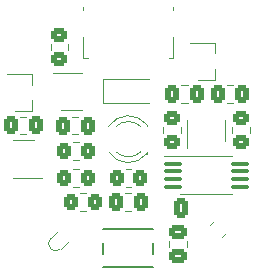
<source format=gto>
%TF.GenerationSoftware,KiCad,Pcbnew,5.99.0-unknown-r24460-8dd23acc*%
%TF.CreationDate,2021-01-20T14:34:24+01:00*%
%TF.ProjectId,led-pedestal,6c65642d-7065-4646-9573-74616c2e6b69,rev?*%
%TF.SameCoordinates,Original*%
%TF.FileFunction,Legend,Top*%
%TF.FilePolarity,Positive*%
%FSLAX46Y46*%
G04 Gerber Fmt 4.6, Leading zero omitted, Abs format (unit mm)*
G04 Created by KiCad (PCBNEW 5.99.0-unknown-r24460-8dd23acc) date 2021-01-20 14:34:24*
%MOMM*%
%LPD*%
G01*
G04 APERTURE LIST*
G04 Aperture macros list*
%AMRoundRect*
0 Rectangle with rounded corners*
0 $1 Rounding radius*
0 $2 $3 $4 $5 $6 $7 $8 $9 X,Y pos of 4 corners*
0 Add a 4 corners polygon primitive as box body*
4,1,4,$2,$3,$4,$5,$6,$7,$8,$9,$2,$3,0*
0 Add four circle primitives for the rounded corners*
1,1,$1+$1,$2,$3,0*
1,1,$1+$1,$4,$5,0*
1,1,$1+$1,$6,$7,0*
1,1,$1+$1,$8,$9,0*
0 Add four rect primitives between the rounded corners*
20,1,$1+$1,$2,$3,$4,$5,0*
20,1,$1+$1,$4,$5,$6,$7,0*
20,1,$1+$1,$6,$7,$8,$9,0*
20,1,$1+$1,$8,$9,$2,$3,0*%
%AMHorizOval*
0 Thick line with rounded ends*
0 $1 width*
0 $2 $3 position (X,Y) of the first rounded end (center of the circle)*
0 $4 $5 position (X,Y) of the second rounded end (center of the circle)*
0 Add line between two ends*
20,1,$1,$2,$3,$4,$5,0*
0 Add two circle primitives to create the rounded ends*
1,1,$1,$2,$3,0*
1,1,$1,$4,$5,0*%
G04 Aperture macros list end*
%ADD10C,0.120000*%
%ADD11C,0.200000*%
%ADD12C,0.100000*%
%ADD13R,1.220000X0.650000*%
%ADD14R,1.050000X0.650000*%
%ADD15R,1.060000X0.650000*%
%ADD16RoundRect,0.250000X-0.070711X0.565685X-0.565685X0.070711X0.070711X-0.565685X0.565685X-0.070711X0*%
%ADD17RoundRect,0.250000X0.475000X-0.337500X0.475000X0.337500X-0.475000X0.337500X-0.475000X-0.337500X0*%
%ADD18RoundRect,0.250000X-0.337500X-0.475000X0.337500X-0.475000X0.337500X0.475000X-0.337500X0.475000X0*%
%ADD19RoundRect,0.250000X-0.350000X-0.450000X0.350000X-0.450000X0.350000X0.450000X-0.350000X0.450000X0*%
%ADD20R,0.900000X1.200000*%
%ADD21R,0.900000X0.800000*%
%ADD22RoundRect,0.250000X0.350000X0.450000X-0.350000X0.450000X-0.350000X-0.450000X0.350000X-0.450000X0*%
%ADD23RoundRect,0.250000X0.450000X-0.350000X0.450000X0.350000X-0.450000X0.350000X-0.450000X-0.350000X0*%
%ADD24RoundRect,0.100000X-0.637500X-0.100000X0.637500X-0.100000X0.637500X0.100000X-0.637500X0.100000X0*%
%ADD25C,0.700000*%
%ADD26HorizOval,0.800000X-0.247487X-0.247487X0.247487X0.247487X0*%
%ADD27RoundRect,0.250000X0.337500X0.475000X-0.337500X0.475000X-0.337500X-0.475000X0.337500X-0.475000X0*%
%ADD28R,0.450000X1.380000*%
%ADD29R,1.000000X1.900000*%
%ADD30R,1.425000X1.550000*%
%ADD31R,1.650000X1.300000*%
%ADD32R,1.800000X1.900000*%
%ADD33R,0.650000X1.060000*%
%ADD34R,1.800000X1.800000*%
%ADD35C,1.800000*%
%ADD36RoundRect,0.250000X-0.350000X-0.625000X0.350000X-0.625000X0.350000X0.625000X-0.350000X0.625000X0*%
%ADD37O,1.200000X1.750000*%
G04 APERTURE END LIST*
D10*
%TO.C,U1*%
X144009000Y-89168000D02*
X141579000Y-89168000D01*
X142249000Y-92238000D02*
X144009000Y-92238000D01*
D11*
%TO.C,SW1*%
X150029600Y-103537600D02*
X150029600Y-104437600D01*
X150029600Y-102387600D02*
X145829600Y-102387600D01*
X150029600Y-105587600D02*
X145829600Y-105587600D01*
X145829600Y-104437600D02*
X145829600Y-103537600D01*
D10*
%TO.C,U5*%
X139990400Y-94808400D02*
X138190400Y-94808400D01*
X138190400Y-98028400D02*
X140640400Y-98028400D01*
%TO.C,TH1*%
X155190435Y-101681718D02*
X154869318Y-102002835D01*
X156229882Y-102721165D02*
X155908765Y-103042282D01*
%TO.C,C3*%
X152881000Y-103867852D02*
X152881000Y-103345348D01*
X151411000Y-103867852D02*
X151411000Y-103345348D01*
%TO.C,C2*%
X143209148Y-92864000D02*
X143731652Y-92864000D01*
X143209148Y-94334000D02*
X143731652Y-94334000D01*
%TO.C,R6*%
X143892536Y-99341000D02*
X144346664Y-99341000D01*
X143892536Y-100811000D02*
X144346664Y-100811000D01*
%TO.C,D1*%
X145832000Y-89678000D02*
X145832000Y-91678000D01*
X145832000Y-89678000D02*
X149732000Y-89678000D01*
X145832000Y-91678000D02*
X149732000Y-91678000D01*
%TO.C,Q1*%
X155319000Y-86558000D02*
X155319000Y-87488000D01*
X155319000Y-86558000D02*
X153159000Y-86558000D01*
X155319000Y-89718000D02*
X155319000Y-88788000D01*
X155319000Y-89718000D02*
X153859000Y-89718000D01*
%TO.C,R5*%
X143282936Y-96493000D02*
X143737064Y-96493000D01*
X143282936Y-95023000D02*
X143737064Y-95023000D01*
%TO.C,U4*%
X139825000Y-89199600D02*
X137665000Y-89199600D01*
X139825000Y-92359600D02*
X138365000Y-92359600D01*
X139825000Y-89199600D02*
X139825000Y-90129600D01*
X139825000Y-92359600D02*
X139825000Y-91429600D01*
%TO.C,R4*%
X143737064Y-98779000D02*
X143282936Y-98779000D01*
X143737064Y-97309000D02*
X143282936Y-97309000D01*
%TO.C,R1*%
X142848000Y-87153064D02*
X142848000Y-86698936D01*
X141378000Y-87153064D02*
X141378000Y-86698936D01*
%TO.C,U2*%
X154559000Y-96180000D02*
X156759000Y-96180000D01*
X154559000Y-96180000D02*
X150959000Y-96180000D01*
X154559000Y-99400000D02*
X152359000Y-99400000D01*
X154559000Y-99400000D02*
X156759000Y-99400000D01*
D12*
%TO.C,J2*%
X142273459Y-104015644D02*
X142902077Y-103387026D01*
X141375433Y-103117618D02*
X142004051Y-102489000D01*
X141375433Y-103117618D02*
G75*
G03*
X142273459Y-104015644I449013J-449013D01*
G01*
D10*
%TO.C,R2*%
X158215000Y-94207064D02*
X158215000Y-93752936D01*
X156745000Y-94207064D02*
X156745000Y-93752936D01*
%TO.C,C1*%
X156826852Y-91667000D02*
X156304348Y-91667000D01*
X156826852Y-90197000D02*
X156304348Y-90197000D01*
%TO.C,J1*%
X151765000Y-83570000D02*
X151765000Y-83830000D01*
X144145000Y-87880000D02*
X144145000Y-86110000D01*
X144145000Y-87880000D02*
X144525000Y-87880000D01*
X151765000Y-87880000D02*
X151385000Y-87880000D01*
X151765000Y-86110000D02*
X151765000Y-87880000D01*
X144145000Y-83830000D02*
X144145000Y-83570000D01*
%TO.C,C6*%
X152443548Y-91667000D02*
X152966052Y-91667000D01*
X152443548Y-90197000D02*
X152966052Y-90197000D01*
%TO.C,U3*%
X156169000Y-94880000D02*
X156169000Y-93080000D01*
X152949000Y-93080000D02*
X152949000Y-95530000D01*
%TO.C,R7*%
X147727936Y-98779000D02*
X148182064Y-98779000D01*
X147727936Y-97309000D02*
X148182064Y-97309000D01*
%TO.C,R3*%
X152373000Y-94207064D02*
X152373000Y-93752936D01*
X150903000Y-94207064D02*
X150903000Y-93752936D01*
%TO.C,C5*%
X147693748Y-100811000D02*
X148216252Y-100811000D01*
X147693748Y-99341000D02*
X148216252Y-99341000D01*
%TO.C,D2*%
X149515000Y-93663000D02*
X149515000Y-93507000D01*
X149515000Y-95979000D02*
X149515000Y-95823000D01*
X146282665Y-95821608D02*
G75*
G03*
X149515000Y-95978516I1672335J1078608D01*
G01*
X146913870Y-93663163D02*
G75*
G02*
X148995961Y-93663000I1041130J-1079837D01*
G01*
X146913870Y-95822837D02*
G75*
G03*
X148995961Y-95823000I1041130J1079837D01*
G01*
X146282665Y-93664392D02*
G75*
G02*
X149515000Y-93507484I1672335J-1078608D01*
G01*
%TO.C,C4*%
X138803748Y-94308600D02*
X139326252Y-94308600D01*
X138803748Y-92838600D02*
X139326252Y-92838600D01*
%TD*%
%LPC*%
D13*
%TO.C,U1*%
X141819000Y-89728000D03*
X141819000Y-90678000D03*
X141819000Y-91628000D03*
X144439000Y-91628000D03*
X144439000Y-89728000D03*
%TD*%
D14*
%TO.C,SW1*%
X150004600Y-105062600D03*
X145854600Y-105062600D03*
X150004600Y-102912600D03*
X145854600Y-102912600D03*
%TD*%
D15*
%TO.C,U5*%
X140190400Y-97368400D03*
X140190400Y-96418400D03*
X140190400Y-95468400D03*
X137990400Y-95468400D03*
X137990400Y-96418400D03*
X137990400Y-97368400D03*
%TD*%
D16*
%TO.C,TH1*%
X156256707Y-101654893D03*
X154842493Y-103069107D03*
%TD*%
D17*
%TO.C,C3*%
X152146000Y-104644100D03*
X152146000Y-102569100D03*
%TD*%
D18*
%TO.C,C2*%
X142432900Y-93599000D03*
X144507900Y-93599000D03*
%TD*%
D19*
%TO.C,R6*%
X143119600Y-100076000D03*
X145119600Y-100076000D03*
%TD*%
D20*
%TO.C,D1*%
X146432000Y-90678000D03*
X149732000Y-90678000D03*
%TD*%
D21*
%TO.C,Q1*%
X153559000Y-87188000D03*
X153559000Y-89088000D03*
X155559000Y-88138000D03*
%TD*%
D19*
%TO.C,R5*%
X142510000Y-95758000D03*
X144510000Y-95758000D03*
%TD*%
D21*
%TO.C,U4*%
X138065000Y-89829600D03*
X138065000Y-91729600D03*
X140065000Y-90779600D03*
%TD*%
D22*
%TO.C,R4*%
X144510000Y-98044000D03*
X142510000Y-98044000D03*
%TD*%
D23*
%TO.C,R1*%
X142113000Y-87926000D03*
X142113000Y-85926000D03*
%TD*%
D24*
%TO.C,U2*%
X151696500Y-96815000D03*
X151696500Y-97465000D03*
X151696500Y-98115000D03*
X151696500Y-98765000D03*
X157421500Y-98765000D03*
X157421500Y-98115000D03*
X157421500Y-97465000D03*
X157421500Y-96815000D03*
%TD*%
D25*
%TO.C,J2*%
X140657013Y-100243936D03*
X143351090Y-102938013D03*
X139758987Y-99345910D03*
X141555038Y-101141962D03*
X142453064Y-102039987D03*
D26*
X142085369Y-103305708D03*
X141187343Y-102407683D03*
X140289317Y-101509657D03*
X139391292Y-100611631D03*
%TD*%
D23*
%TO.C,R2*%
X157480000Y-94980000D03*
X157480000Y-92980000D03*
%TD*%
D27*
%TO.C,C1*%
X157603100Y-90932000D03*
X155528100Y-90932000D03*
%TD*%
D28*
%TO.C,J1*%
X149255000Y-87630000D03*
X148605000Y-87630000D03*
X147955000Y-87630000D03*
X147305000Y-87630000D03*
X146655000Y-87630000D03*
D29*
X146405000Y-84970000D03*
D30*
X150442500Y-87545000D03*
D31*
X144580000Y-84970000D03*
X151330000Y-84970000D03*
D32*
X149105000Y-84970000D03*
D30*
X145467500Y-87545000D03*
%TD*%
D18*
%TO.C,C6*%
X151667300Y-90932000D03*
X153742300Y-90932000D03*
%TD*%
D33*
%TO.C,U3*%
X153609000Y-95080000D03*
X154559000Y-95080000D03*
X155509000Y-95080000D03*
X155509000Y-92880000D03*
X154559000Y-92880000D03*
X153609000Y-92880000D03*
%TD*%
D19*
%TO.C,R7*%
X146955000Y-98044000D03*
X148955000Y-98044000D03*
%TD*%
D23*
%TO.C,R3*%
X151638000Y-94980000D03*
X151638000Y-92980000D03*
%TD*%
D18*
%TO.C,C5*%
X146917500Y-100076000D03*
X148992500Y-100076000D03*
%TD*%
D34*
%TO.C,D2*%
X149225000Y-94743000D03*
D35*
X146685000Y-94743000D03*
%TD*%
D18*
%TO.C,C4*%
X138027500Y-93573600D03*
X140102500Y-93573600D03*
%TD*%
D36*
%TO.C,BT1*%
X152400000Y-100584000D03*
D37*
X154400000Y-100584000D03*
%TD*%
M02*

</source>
